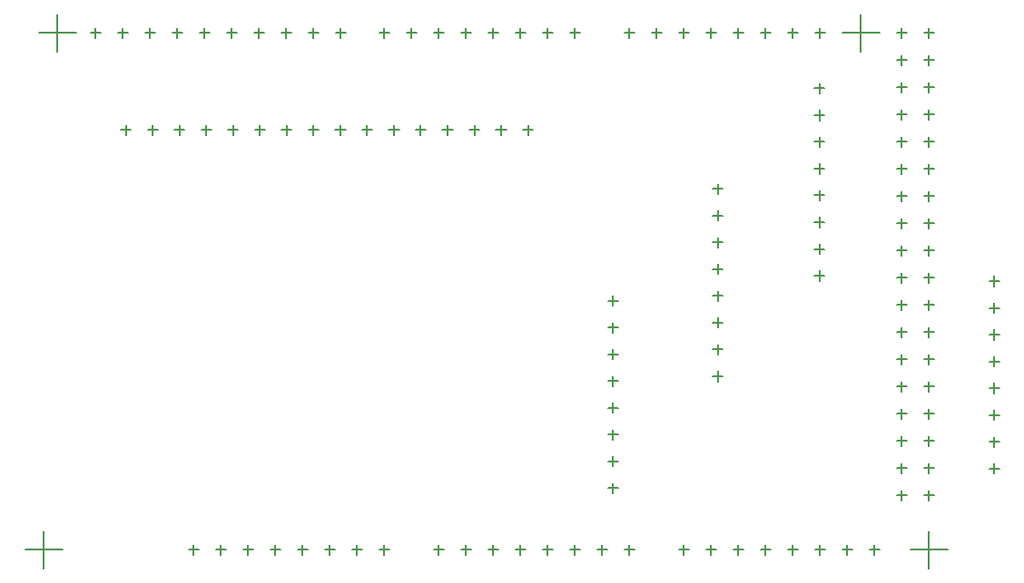
<source format=gbr>
%TF.GenerationSoftware,Altium Limited,Altium Designer,21.3.2 (30)*%
G04 Layer_Color=128*
%FSLAX45Y45*%
%MOMM*%
%TF.SameCoordinates,699C74A5-B4CE-432A-A201-728FBB0A9CBA*%
%TF.FilePolarity,Positive*%
%TF.FileFunction,Drillmap*%
%TF.Part,Single*%
G01*
G75*
%TA.AperFunction,NonConductor*%
%ADD31C,0.12700*%
D31*
X3104200Y411500D02*
X3199200D01*
X3151700Y364000D02*
Y459000D01*
X3612200Y411500D02*
X3707200D01*
X3659700Y364000D02*
Y459000D01*
X3866200Y411500D02*
X3961200D01*
X3913700Y364000D02*
Y459000D01*
X4120200Y411500D02*
X4215200D01*
X4167700Y364000D02*
Y459000D01*
X4374200Y411500D02*
X4469200D01*
X4421700Y364000D02*
Y459000D01*
X4628200Y411500D02*
X4723200D01*
X4675700Y364000D02*
Y459000D01*
X4882200Y411500D02*
X4977200D01*
X4929700Y364000D02*
Y459000D01*
X5390200Y411500D02*
X5485200D01*
X5437700Y364000D02*
Y459000D01*
X5644200Y411500D02*
X5739200D01*
X5691700Y364000D02*
Y459000D01*
X5898200Y411500D02*
X5993200D01*
X5945700Y364000D02*
Y459000D01*
X6152200Y411500D02*
X6247200D01*
X6199700Y364000D02*
Y459000D01*
X6406200Y411500D02*
X6501200D01*
X6453700Y364000D02*
Y459000D01*
X6660200Y411500D02*
X6755200D01*
X6707700Y364000D02*
Y459000D01*
X6914200Y411500D02*
X7009200D01*
X6961700Y364000D02*
Y459000D01*
X7168200Y411500D02*
X7263200D01*
X7215700Y364000D02*
Y459000D01*
X8438200Y411500D02*
X8533200D01*
X8485700Y364000D02*
Y459000D01*
X3358200Y411500D02*
X3453200D01*
X3405700Y364000D02*
Y459000D01*
X7676200Y411500D02*
X7771200D01*
X7723700Y364000D02*
Y459000D01*
X7930200Y411500D02*
X8025200D01*
X7977700Y364000D02*
Y459000D01*
X8184200Y411500D02*
X8279200D01*
X8231700Y364000D02*
Y459000D01*
X8692200Y411500D02*
X8787200D01*
X8739700Y364000D02*
Y459000D01*
X8946200Y411500D02*
X9041200D01*
X8993700Y364000D02*
Y459000D01*
X9200200Y411500D02*
X9295200D01*
X9247700Y364000D02*
Y459000D01*
X9454200Y411500D02*
X9549200D01*
X9501700Y364000D02*
Y459000D01*
X9708200Y5237500D02*
X9803200D01*
X9755700Y5190000D02*
Y5285000D01*
X9962200Y5237500D02*
X10057200D01*
X10009700Y5190000D02*
Y5285000D01*
X9708200Y4983500D02*
X9803200D01*
X9755700Y4936000D02*
Y5031000D01*
X9962200Y4983500D02*
X10057200D01*
X10009700Y4936000D02*
Y5031000D01*
X9708200Y4729500D02*
X9803200D01*
X9755700Y4682000D02*
Y4777000D01*
X9962200Y4729500D02*
X10057200D01*
X10009700Y4682000D02*
Y4777000D01*
X9708200Y4475500D02*
X9803200D01*
X9755700Y4428000D02*
Y4523000D01*
X9962200Y4475500D02*
X10057200D01*
X10009700Y4428000D02*
Y4523000D01*
X9708200Y4221500D02*
X9803200D01*
X9755700Y4174000D02*
Y4269000D01*
X9962200Y4221500D02*
X10057200D01*
X10009700Y4174000D02*
Y4269000D01*
X9708200Y3967500D02*
X9803200D01*
X9755700Y3920000D02*
Y4015000D01*
X9962200Y3967500D02*
X10057200D01*
X10009700Y3920000D02*
Y4015000D01*
X9708200Y3713500D02*
X9803200D01*
X9755700Y3666000D02*
Y3761000D01*
X9962200Y3713500D02*
X10057200D01*
X10009700Y3666000D02*
Y3761000D01*
X9708200Y3459500D02*
X9803200D01*
X9755700Y3412000D02*
Y3507000D01*
X9962200Y3459500D02*
X10057200D01*
X10009700Y3412000D02*
Y3507000D01*
X9708200Y3205500D02*
X9803200D01*
X9755700Y3158000D02*
Y3253000D01*
X9962200Y3205500D02*
X10057200D01*
X10009700Y3158000D02*
Y3253000D01*
X9708200Y2951500D02*
X9803200D01*
X9755700Y2904000D02*
Y2999000D01*
X9962200Y2951500D02*
X10057200D01*
X10009700Y2904000D02*
Y2999000D01*
X9708200Y2697500D02*
X9803200D01*
X9755700Y2650000D02*
Y2745000D01*
X9962200Y2697500D02*
X10057200D01*
X10009700Y2650000D02*
Y2745000D01*
X9708200Y2443500D02*
X9803200D01*
X9755700Y2396000D02*
Y2491000D01*
X9962200Y2443500D02*
X10057200D01*
X10009700Y2396000D02*
Y2491000D01*
X9708200Y2189500D02*
X9803200D01*
X9755700Y2142000D02*
Y2237000D01*
X9962200Y2189500D02*
X10057200D01*
X10009700Y2142000D02*
Y2237000D01*
X9708200Y1935500D02*
X9803200D01*
X9755700Y1888000D02*
Y1983000D01*
X9962200Y1935500D02*
X10057200D01*
X10009700Y1888000D02*
Y1983000D01*
X9708200Y1681500D02*
X9803200D01*
X9755700Y1634000D02*
Y1729000D01*
X9962200Y1681500D02*
X10057200D01*
X10009700Y1634000D02*
Y1729000D01*
X9708200Y1427500D02*
X9803200D01*
X9755700Y1380000D02*
Y1475000D01*
X9962200Y1427500D02*
X10057200D01*
X10009700Y1380000D02*
Y1475000D01*
X9708200Y1173500D02*
X9803200D01*
X9755700Y1126000D02*
Y1221000D01*
X9708200Y919500D02*
X9803200D01*
X9755700Y872000D02*
Y967000D01*
X9962200Y919500D02*
X10057200D01*
X10009700Y872000D02*
Y967000D01*
X8946200Y5237500D02*
X9041200D01*
X8993700Y5190000D02*
Y5285000D01*
X8692200Y5237500D02*
X8787200D01*
X8739700Y5190000D02*
Y5285000D01*
X8438200Y5237500D02*
X8533200D01*
X8485700Y5190000D02*
Y5285000D01*
X8184200Y5237500D02*
X8279200D01*
X8231700Y5190000D02*
Y5285000D01*
X7930200Y5237500D02*
X8025200D01*
X7977700Y5190000D02*
Y5285000D01*
X7676200Y5237500D02*
X7771200D01*
X7723700Y5190000D02*
Y5285000D01*
X7422200Y5237500D02*
X7517200D01*
X7469700Y5190000D02*
Y5285000D01*
X7168200Y5237500D02*
X7263200D01*
X7215700Y5190000D02*
Y5285000D01*
X6660200Y5237500D02*
X6755200D01*
X6707700Y5190000D02*
Y5285000D01*
X6406200Y5237500D02*
X6501200D01*
X6453700Y5190000D02*
Y5285000D01*
X6152200Y5237500D02*
X6247200D01*
X6199700Y5190000D02*
Y5285000D01*
X5898200Y5237500D02*
X5993200D01*
X5945700Y5190000D02*
Y5285000D01*
X5644200Y5237500D02*
X5739200D01*
X5691700Y5190000D02*
Y5285000D01*
X5390200Y5237500D02*
X5485200D01*
X5437700Y5190000D02*
Y5285000D01*
X5136200Y5237500D02*
X5231200D01*
X5183700Y5190000D02*
Y5285000D01*
X4882200Y5237500D02*
X4977200D01*
X4929700Y5190000D02*
Y5285000D01*
X4475800Y5237500D02*
X4570800D01*
X4523300Y5190000D02*
Y5285000D01*
X4221800Y5237500D02*
X4316800D01*
X4269300Y5190000D02*
Y5285000D01*
X3967800Y5237500D02*
X4062800D01*
X4015300Y5190000D02*
Y5285000D01*
X3713800Y5237500D02*
X3808800D01*
X3761300Y5190000D02*
Y5285000D01*
X3459800Y5237500D02*
X3554800D01*
X3507300Y5190000D02*
Y5285000D01*
X3205800Y5237500D02*
X3300800D01*
X3253300Y5190000D02*
Y5285000D01*
X2951800Y5237500D02*
X3046800D01*
X2999300Y5190000D02*
Y5285000D01*
X2697800Y5237500D02*
X2792800D01*
X2745300Y5190000D02*
Y5285000D01*
X2443800Y5237500D02*
X2538800D01*
X2491300Y5190000D02*
Y5285000D01*
X2189800Y5237500D02*
X2284800D01*
X2237300Y5190000D02*
Y5285000D01*
X9834700Y411500D02*
X10184700D01*
X10009700Y236500D02*
Y586500D01*
X9962200Y1173500D02*
X10057200D01*
X10009700Y1126000D02*
Y1221000D01*
X9199700Y5237500D02*
X9549700D01*
X9374700Y5062500D02*
Y5412500D01*
X1706700Y5237500D02*
X2056700D01*
X1881700Y5062500D02*
Y5412500D01*
X1579700Y411500D02*
X1929700D01*
X1754700Y236500D02*
Y586500D01*
X10572500Y2920000D02*
X10667500D01*
X10620000Y2872500D02*
Y2967500D01*
X10572500Y2670000D02*
X10667500D01*
X10620000Y2622500D02*
Y2717500D01*
X10572500Y2420000D02*
X10667500D01*
X10620000Y2372500D02*
Y2467500D01*
X10572500Y2170000D02*
X10667500D01*
X10620000Y2122500D02*
Y2217500D01*
X10572500Y1920000D02*
X10667500D01*
X10620000Y1872500D02*
Y1967500D01*
X10572500Y1670000D02*
X10667500D01*
X10620000Y1622500D02*
Y1717500D01*
X10572500Y1420000D02*
X10667500D01*
X10620000Y1372500D02*
Y1467500D01*
X10572500Y1170000D02*
X10667500D01*
X10620000Y1122500D02*
Y1217500D01*
X7015800Y986300D02*
X7110800D01*
X7063300Y938800D02*
Y1033800D01*
X7015800Y1236300D02*
X7110800D01*
X7063300Y1188800D02*
Y1283800D01*
X7015800Y1486300D02*
X7110800D01*
X7063300Y1438800D02*
Y1533800D01*
X7015800Y1736300D02*
X7110800D01*
X7063300Y1688800D02*
Y1783800D01*
X7015800Y1986300D02*
X7110800D01*
X7063300Y1938800D02*
Y2033800D01*
X7015800Y2236300D02*
X7110800D01*
X7063300Y2188800D02*
Y2283800D01*
X7015800Y2486300D02*
X7110800D01*
X7063300Y2438800D02*
Y2533800D01*
X7015800Y2736300D02*
X7110800D01*
X7063300Y2688800D02*
Y2783800D01*
X7993700Y2031700D02*
X8088700D01*
X8041200Y1984199D02*
Y2079200D01*
X7993700Y2281700D02*
X8088700D01*
X8041200Y2234199D02*
Y2329200D01*
X7993700Y2531700D02*
X8088700D01*
X8041200Y2484200D02*
Y2579200D01*
X7993700Y2781700D02*
X8088700D01*
X8041200Y2734200D02*
Y2829200D01*
X7993700Y3031700D02*
X8088700D01*
X8041200Y2984200D02*
Y3079200D01*
X7993700Y3281700D02*
X8088700D01*
X8041200Y3234200D02*
Y3329200D01*
X7993700Y3531700D02*
X8088700D01*
X8041200Y3484200D02*
Y3579200D01*
X7993700Y3781700D02*
X8088700D01*
X8041200Y3734200D02*
Y3829200D01*
X6222500Y4330000D02*
X6317500D01*
X6270000Y4282500D02*
Y4377500D01*
X5972500Y4330000D02*
X6067500D01*
X6020000Y4282500D02*
Y4377500D01*
X5722500Y4330000D02*
X5817500D01*
X5770000Y4282500D02*
Y4377500D01*
X5472500Y4330000D02*
X5567500D01*
X5520000Y4282500D02*
Y4377500D01*
X5222500Y4330000D02*
X5317500D01*
X5270000Y4282500D02*
Y4377500D01*
X4972500Y4330000D02*
X5067500D01*
X5020000Y4282500D02*
Y4377500D01*
X4722500Y4330000D02*
X4817500D01*
X4770000Y4282500D02*
Y4377500D01*
X4472500Y4330000D02*
X4567500D01*
X4520000Y4282500D02*
Y4377500D01*
X4222500Y4330000D02*
X4317500D01*
X4270000Y4282500D02*
Y4377500D01*
X3972500Y4330000D02*
X4067500D01*
X4020000Y4282500D02*
Y4377500D01*
X3722500Y4330000D02*
X3817500D01*
X3770000Y4282500D02*
Y4377500D01*
X3472500Y4330000D02*
X3567500D01*
X3520000Y4282500D02*
Y4377500D01*
X3222500Y4330000D02*
X3317500D01*
X3270000Y4282500D02*
Y4377500D01*
X2972500Y4330000D02*
X3067500D01*
X3020000Y4282500D02*
Y4377500D01*
X2722500Y4330000D02*
X2817500D01*
X2770000Y4282500D02*
Y4377500D01*
X2472500Y4330000D02*
X2567500D01*
X2520000Y4282500D02*
Y4377500D01*
X8942500Y2970000D02*
X9037500D01*
X8990000Y2922500D02*
Y3017500D01*
X8942500Y3220000D02*
X9037500D01*
X8990000Y3172500D02*
Y3267500D01*
X8942500Y3470000D02*
X9037500D01*
X8990000Y3422500D02*
Y3517500D01*
X8942500Y3720000D02*
X9037500D01*
X8990000Y3672500D02*
Y3767500D01*
X8942500Y3970000D02*
X9037500D01*
X8990000Y3922500D02*
Y4017500D01*
X8942500Y4220000D02*
X9037500D01*
X8990000Y4172500D02*
Y4267500D01*
X8942500Y4470000D02*
X9037500D01*
X8990000Y4422500D02*
Y4517500D01*
X8942500Y4720000D02*
X9037500D01*
X8990000Y4672500D02*
Y4767500D01*
%TF.MD5,3a7c5792f23415ff1be0224b9b145a30*%
M02*

</source>
